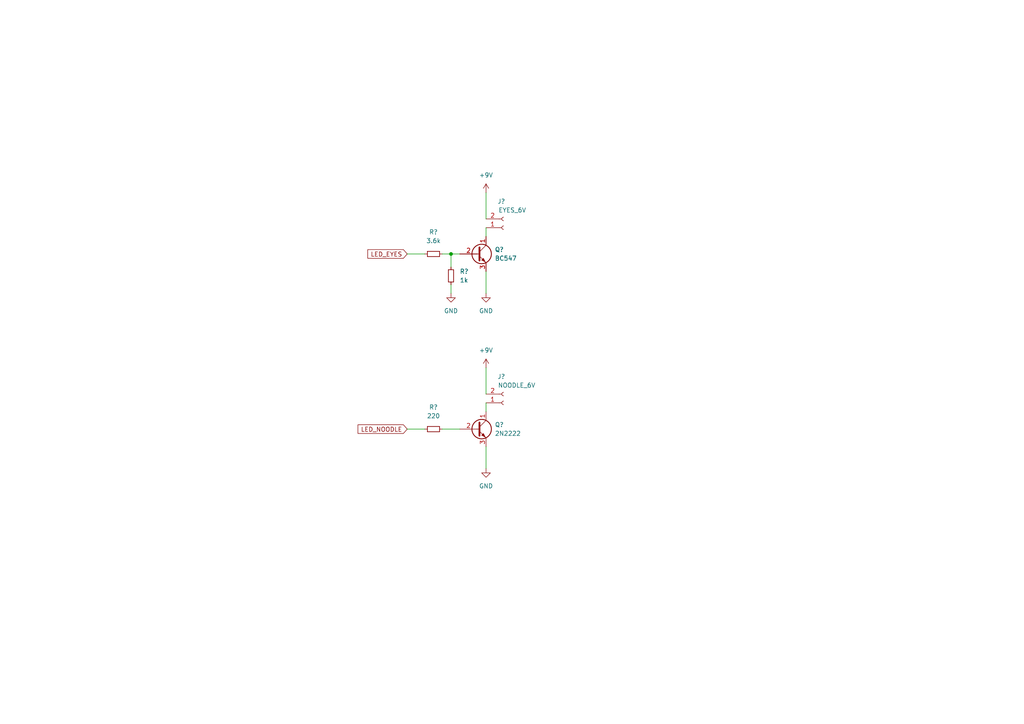
<source format=kicad_sch>
(kicad_sch (version 20211123) (generator eeschema)
  (paper "A4")
  (lib_symbols
    (symbol "Connector:Conn_01x02_Female" (pin_names (offset 1.016) hide)
      (property "Reference" "J" (at 0 2.54 0))
      (property "Value" "Conn_01x02_Female" (at 0 -5.08 0))
      (symbol "Conn_01x02_Female_1_1"
        (arc (start 0 -2.032) (mid -0.508 -2.54) (end 0 -3.048) (stroke (width 0.1524)))
        (polyline (pts (xy -1.27 -2.54) (xy -0.508 -2.54)) (stroke (width 0.1524)))
        (polyline (pts (xy -1.27 0) (xy -0.508 0)) (stroke (width 0.1524)))
        (arc (start 0 0.508) (mid -0.508 0) (end 0 -0.508) (stroke (width 0.1524)))
        (pin passive line (at -5.08 0 0) (length 3.81) (name "Pin_1") (number "1"))
        (pin passive line (at -5.08 -2.54 0) (length 3.81) (name "Pin_2") (number "2"))
      )
    )
    (symbol "Device:R_Small" (pin_numbers hide) (pin_names (offset 0.254) hide)
      (property "Reference" "R" (at 0.762 0.508 0))
      (property "Value" "R_Small" (at 0.762 -1.016 0))
      (symbol "R_Small_0_1"
        (rectangle (start -0.762 1.778) (end 0.762 -1.778) (stroke (width 0.2032)))
      )
      (symbol "R_Small_1_1"
        (pin passive line (at 0 2.54 270) (length 0.762) (name "~") (number "1"))
        (pin passive line (at 0 -2.54 90) (length 0.762) (name "~") (number "2"))
      )
    )
    (symbol "Transistor_BJT:BC547" (pin_names (offset 0) hide)
      (property "Reference" "Q" (at 5.08 1.905 0))
      (property "Value" "BC547" (at 5.08 0 0))
      (symbol "BC547_0_1"
        (polyline (pts (xy 0 0) (xy 0.635 0)))
        (polyline (pts (xy 0.635 0.635) (xy 2.54 2.54)))
        (polyline (pts (xy 0.635 -0.635) (xy 2.54 -2.54) (xy 2.54 -2.54)))
        (polyline (pts (xy 0.635 1.905) (xy 0.635 -1.905) (xy 0.635 -1.905)) (stroke (width 0.508)))
        (polyline (pts (xy 1.27 -1.778) (xy 1.778 -1.27) (xy 2.286 -2.286) (xy 1.27 -1.778) (xy 1.27 -1.778)) (fill (type outline)))
        (circle (center 1.27 0) (radius 2.8194) (stroke (width 0.254)))
      )
      (symbol "BC547_1_1"
        (pin passive line (at 2.54 5.08 270) (length 2.54) (name "C") (number "1"))
        (pin input line (at -5.08 0 0) (length 5.08) (name "B") (number "2"))
        (pin passive line (at 2.54 -5.08 90) (length 2.54) (name "E") (number "3"))
      )
    )
    (symbol "power:+9V" (power) (pin_names (offset 0))
      (property "Value" "+9V" (at 0 3.556 0))
      (symbol "+9V_0_1"
        (polyline (pts (xy -0.762 1.27) (xy 0 2.54)))
        (polyline (pts (xy 0 0) (xy 0 2.54)))
        (polyline (pts (xy 0 2.54) (xy 0.762 1.27)))
      )
      (symbol "+9V_1_1"
        (pin power_in line (at 0 0 90) (length 0) hide (name "+9V") (number "1"))
      )
    )
    (symbol "power:GND" (power) (pin_names (offset 0))
      (property "Value" "GND" (at 0 -3.81 0))
      (symbol "GND_0_1"
        (polyline (pts (xy 0 0) (xy 0 -1.27) (xy 1.27 -1.27) (xy 0 -2.54) (xy -1.27 -1.27) (xy 0 -1.27)))
      )
      (symbol "GND_1_1"
        (pin power_in line (at 0 0 270) (length 0) hide (name "GND") (number "1"))
      )
    )
  )
  (junction (at 130.81 73.66))
  (wire (pts (xy 140.97 78.74) (xy 140.97 85.09)))
  (wire (pts (xy 130.81 77.47) (xy 130.81 73.66)))
  (wire (pts (xy 128.27 73.66) (xy 130.81 73.66)))
  (wire (pts (xy 130.81 73.66) (xy 133.35 73.66)))
  (wire (pts (xy 118.11 124.46) (xy 123.19 124.46)))
  (wire (pts (xy 128.27 124.46) (xy 133.35 124.46)))
  (wire (pts (xy 140.97 55.88) (xy 140.97 63.5)))
  (wire (pts (xy 140.97 66.04) (xy 140.97 68.58)))
  (wire (pts (xy 118.11 73.66) (xy 123.19 73.66)))
  (wire (pts (xy 130.81 82.55) (xy 130.81 85.09)))
  (wire (pts (xy 140.97 116.84) (xy 140.97 119.38)))
  (wire (pts (xy 140.97 106.68) (xy 140.97 114.3)))
  (wire (pts (xy 140.97 129.54) (xy 140.97 135.89)))
  (global_label "LED_NOODLE" (shape input) (at 118.11 124.46 180) (property "Intersheet References" "${INTERSHEET_REFS}" (effects hide)))
  (global_label "LED_EYES" (shape input) (at 118.11 73.66 180) (property "Intersheet References" "${INTERSHEET_REFS}" (effects hide)))
  (symbol (lib_id "power:GND") (at 130.81 85.09 0) (unit 1)
    (property "Reference" "#PWR?" (effects hide))
    (property "Value" "GND" (at 130.81 90.17 0))
  )
  (symbol (lib_id "Device:R_Small") (at 125.73 124.46 270) (unit 1)
    (property "Reference" "R?" (at 125.73 118.11 90))
    (property "Value" "220" (at 125.73 120.65 90))
  )
  (symbol (lib_id "power:+9V") (at 140.97 55.88 0) (unit 1)
    (property "Reference" "#PWR?" (effects hide))
    (property "Value" "+9V" (at 140.97 50.8 0))
  )
  (symbol (lib_id "Device:R_Small") (at 125.73 73.66 270) (unit 1)
    (property "Reference" "R?" (at 125.73 67.31 90))
    (property "Value" "3.6k" (at 125.73 69.85 90))
  )
  (symbol (lib_id "Transistor_BJT:BC547") (at 138.43 124.46 0) (unit 1)
    (property "Reference" "Q?" (at 143.51 123.1899 0) (effects (justify left)))
    (property "Value" "2N2222" (at 143.51 125.7299 0) (effects (justify left)))
    (property "Footprint" "Package_TO_SOT_THT:TO-92_Inline" (effects hide))
    (property "Datasheet" "https://www.onsemi.com/pub/Collateral/BC550-D.pdf" (effects hide))
  )
  (symbol (lib_id "power:+9V") (at 140.97 106.68 0) (unit 1)
    (property "Reference" "#PWR?" (effects hide))
    (property "Value" "+9V" (at 140.97 101.6 0))
  )
  (symbol (lib_id "Device:R_Small") (at 130.81 80.01 0) (unit 1)
    (property "Reference" "R?" (at 133.35 78.7399 0) (effects (justify left)))
    (property "Value" "1k" (at 133.35 81.2799 0) (effects (justify left)))
  )
  (symbol (lib_id "Connector:Conn_01x02_Female") (at 146.05 66.04 0) (mirror x) (unit 1)
    (property "Reference" "J?" (at 145.415 58.42 0))
    (property "Value" "EYES_6V" (at 148.59 60.96 0))
  )
  (symbol (lib_id "power:GND") (at 140.97 135.89 0) (unit 1)
    (property "Reference" "#PWR?" (effects hide))
    (property "Value" "GND" (at 140.97 140.97 0))
  )
  (symbol (lib_id "power:GND") (at 140.97 85.09 0) (unit 1)
    (property "Reference" "#PWR?" (effects hide))
    (property "Value" "GND" (at 140.97 90.17 0))
  )
  (symbol (lib_id "Transistor_BJT:BC547") (at 138.43 73.66 0) (unit 1)
    (property "Reference" "Q?" (at 143.51 72.3899 0) (effects (justify left)))
    (property "Value" "BC547" (at 143.51 74.9299 0) (effects (justify left)))
    (property "Footprint" "Package_TO_SOT_THT:TO-92_Inline" (effects hide))
    (property "Datasheet" "https://www.onsemi.com/pub/Collateral/BC550-D.pdf" (effects hide))
  )
  (symbol (lib_id "Connector:Conn_01x02_Female") (at 146.05 116.84 0) (mirror x) (unit 1)
    (property "Reference" "J?" (at 145.415 109.22 0))
    (property "Value" "NOODLE_6V" (at 149.86 111.76 0))
  )
)
</source>
